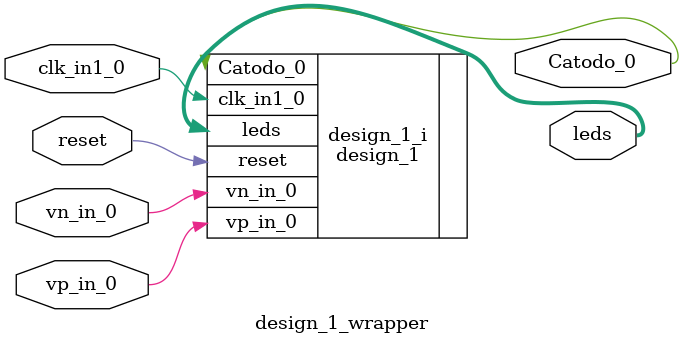
<source format=v>
`timescale 1 ps / 1 ps

module design_1_wrapper
   (Catodo_0,
    clk_in1_0,
    leds,
    reset,
    vn_in_0,
    vp_in_0);
  output Catodo_0;
  input clk_in1_0;
  output [6:0]leds;
  input reset;
  input vn_in_0;
  input vp_in_0;

  wire Catodo_0;
  wire clk_in1_0;
  wire [6:0]leds;
  wire reset;
  wire vn_in_0;
  wire vp_in_0;

  design_1 design_1_i
       (.Catodo_0(Catodo_0),
        .clk_in1_0(clk_in1_0),
        .leds(leds),
        .reset(reset),
        .vn_in_0(vn_in_0),
        .vp_in_0(vp_in_0));
endmodule

</source>
